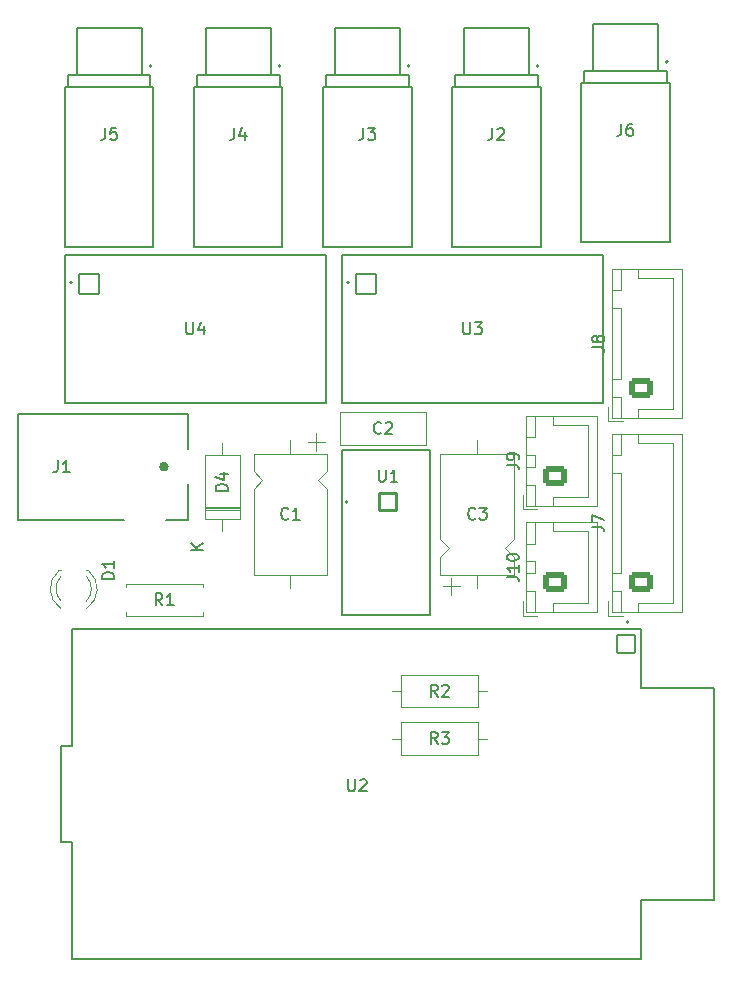
<source format=gbr>
%TF.GenerationSoftware,KiCad,Pcbnew,7.0.10*%
%TF.CreationDate,2025-05-14T10:04:39+02:00*%
%TF.ProjectId,Carte_driver_LED,43617274-655f-4647-9269-7665725f4c45,rev?*%
%TF.SameCoordinates,Original*%
%TF.FileFunction,Legend,Top*%
%TF.FilePolarity,Positive*%
%FSLAX46Y46*%
G04 Gerber Fmt 4.6, Leading zero omitted, Abs format (unit mm)*
G04 Created by KiCad (PCBNEW 7.0.10) date 2025-05-14 10:04:39*
%MOMM*%
%LPD*%
G01*
G04 APERTURE LIST*
G04 Aperture macros list*
%AMRoundRect*
0 Rectangle with rounded corners*
0 $1 Rounding radius*
0 $2 $3 $4 $5 $6 $7 $8 $9 X,Y pos of 4 corners*
0 Add a 4 corners polygon primitive as box body*
4,1,4,$2,$3,$4,$5,$6,$7,$8,$9,$2,$3,0*
0 Add four circle primitives for the rounded corners*
1,1,$1+$1,$2,$3*
1,1,$1+$1,$4,$5*
1,1,$1+$1,$6,$7*
1,1,$1+$1,$8,$9*
0 Add four rect primitives between the rounded corners*
20,1,$1+$1,$2,$3,$4,$5,0*
20,1,$1+$1,$4,$5,$6,$7,0*
20,1,$1+$1,$6,$7,$8,$9,0*
20,1,$1+$1,$8,$9,$2,$3,0*%
G04 Aperture macros list end*
%ADD10C,0.150000*%
%ADD11C,0.127000*%
%ADD12C,0.200000*%
%ADD13C,0.120000*%
%ADD14C,0.400000*%
%ADD15O,3.804000X2.004000*%
%ADD16C,1.600000*%
%ADD17O,1.600000X1.600000*%
%ADD18RoundRect,0.102000X-0.724000X0.724000X-0.724000X-0.724000X0.724000X-0.724000X0.724000X0.724000X0*%
%ADD19C,1.652000*%
%ADD20RoundRect,0.102000X-0.862500X-0.862500X0.862500X-0.862500X0.862500X0.862500X-0.862500X0.862500X0*%
%ADD21C,1.929000*%
%ADD22RoundRect,0.250000X0.725000X-0.600000X0.725000X0.600000X-0.725000X0.600000X-0.725000X-0.600000X0*%
%ADD23O,1.950000X1.700000*%
%ADD24O,1.712000X3.220000*%
%ADD25O,3.220000X1.712000*%
%ADD26RoundRect,0.250000X0.750000X-0.600000X0.750000X0.600000X-0.750000X0.600000X-0.750000X-0.600000X0*%
%ADD27O,2.000000X1.700000*%
%ADD28R,2.200000X2.200000*%
%ADD29O,2.200000X2.200000*%
%ADD30C,3.200000*%
%ADD31R,2.000000X2.000000*%
%ADD32O,2.000000X2.000000*%
%ADD33R,1.800000X1.800000*%
%ADD34C,1.800000*%
%ADD35RoundRect,0.102000X-0.765000X0.765000X-0.765000X-0.765000X0.765000X-0.765000X0.765000X0.765000X0*%
%ADD36C,1.734000*%
G04 APERTURE END LIST*
D10*
X47841472Y-24504505D02*
X47841472Y-25219207D01*
X47841472Y-25219207D02*
X47793826Y-25362148D01*
X47793826Y-25362148D02*
X47698532Y-25457442D01*
X47698532Y-25457442D02*
X47555592Y-25505088D01*
X47555592Y-25505088D02*
X47460298Y-25505088D01*
X48222647Y-24504505D02*
X48842055Y-24504505D01*
X48842055Y-24504505D02*
X48508528Y-24885680D01*
X48508528Y-24885680D02*
X48651468Y-24885680D01*
X48651468Y-24885680D02*
X48746762Y-24933327D01*
X48746762Y-24933327D02*
X48794409Y-24980973D01*
X48794409Y-24980973D02*
X48842055Y-25076267D01*
X48842055Y-25076267D02*
X48842055Y-25314501D01*
X48842055Y-25314501D02*
X48794409Y-25409795D01*
X48794409Y-25409795D02*
X48746762Y-25457442D01*
X48746762Y-25457442D02*
X48651468Y-25505088D01*
X48651468Y-25505088D02*
X48365587Y-25505088D01*
X48365587Y-25505088D02*
X48270294Y-25457442D01*
X48270294Y-25457442D02*
X48222647Y-25409795D01*
X30833333Y-64904819D02*
X30500000Y-64428628D01*
X30261905Y-64904819D02*
X30261905Y-63904819D01*
X30261905Y-63904819D02*
X30642857Y-63904819D01*
X30642857Y-63904819D02*
X30738095Y-63952438D01*
X30738095Y-63952438D02*
X30785714Y-64000057D01*
X30785714Y-64000057D02*
X30833333Y-64095295D01*
X30833333Y-64095295D02*
X30833333Y-64238152D01*
X30833333Y-64238152D02*
X30785714Y-64333390D01*
X30785714Y-64333390D02*
X30738095Y-64381009D01*
X30738095Y-64381009D02*
X30642857Y-64428628D01*
X30642857Y-64428628D02*
X30261905Y-64428628D01*
X31785714Y-64904819D02*
X31214286Y-64904819D01*
X31500000Y-64904819D02*
X31500000Y-63904819D01*
X31500000Y-63904819D02*
X31404762Y-64047676D01*
X31404762Y-64047676D02*
X31309524Y-64142914D01*
X31309524Y-64142914D02*
X31214286Y-64190533D01*
X49153095Y-53444819D02*
X49153095Y-54254342D01*
X49153095Y-54254342D02*
X49200714Y-54349580D01*
X49200714Y-54349580D02*
X49248333Y-54397200D01*
X49248333Y-54397200D02*
X49343571Y-54444819D01*
X49343571Y-54444819D02*
X49534047Y-54444819D01*
X49534047Y-54444819D02*
X49629285Y-54397200D01*
X49629285Y-54397200D02*
X49676904Y-54349580D01*
X49676904Y-54349580D02*
X49724523Y-54254342D01*
X49724523Y-54254342D02*
X49724523Y-53444819D01*
X50724523Y-54444819D02*
X50153095Y-54444819D01*
X50438809Y-54444819D02*
X50438809Y-53444819D01*
X50438809Y-53444819D02*
X50343571Y-53587676D01*
X50343571Y-53587676D02*
X50248333Y-53682914D01*
X50248333Y-53682914D02*
X50153095Y-53730533D01*
X56313095Y-40954819D02*
X56313095Y-41764342D01*
X56313095Y-41764342D02*
X56360714Y-41859580D01*
X56360714Y-41859580D02*
X56408333Y-41907200D01*
X56408333Y-41907200D02*
X56503571Y-41954819D01*
X56503571Y-41954819D02*
X56694047Y-41954819D01*
X56694047Y-41954819D02*
X56789285Y-41907200D01*
X56789285Y-41907200D02*
X56836904Y-41859580D01*
X56836904Y-41859580D02*
X56884523Y-41764342D01*
X56884523Y-41764342D02*
X56884523Y-40954819D01*
X57265476Y-40954819D02*
X57884523Y-40954819D01*
X57884523Y-40954819D02*
X57551190Y-41335771D01*
X57551190Y-41335771D02*
X57694047Y-41335771D01*
X57694047Y-41335771D02*
X57789285Y-41383390D01*
X57789285Y-41383390D02*
X57836904Y-41431009D01*
X57836904Y-41431009D02*
X57884523Y-41526247D01*
X57884523Y-41526247D02*
X57884523Y-41764342D01*
X57884523Y-41764342D02*
X57836904Y-41859580D01*
X57836904Y-41859580D02*
X57789285Y-41907200D01*
X57789285Y-41907200D02*
X57694047Y-41954819D01*
X57694047Y-41954819D02*
X57408333Y-41954819D01*
X57408333Y-41954819D02*
X57313095Y-41907200D01*
X57313095Y-41907200D02*
X57265476Y-41859580D01*
X54133333Y-76654819D02*
X53800000Y-76178628D01*
X53561905Y-76654819D02*
X53561905Y-75654819D01*
X53561905Y-75654819D02*
X53942857Y-75654819D01*
X53942857Y-75654819D02*
X54038095Y-75702438D01*
X54038095Y-75702438D02*
X54085714Y-75750057D01*
X54085714Y-75750057D02*
X54133333Y-75845295D01*
X54133333Y-75845295D02*
X54133333Y-75988152D01*
X54133333Y-75988152D02*
X54085714Y-76083390D01*
X54085714Y-76083390D02*
X54038095Y-76131009D01*
X54038095Y-76131009D02*
X53942857Y-76178628D01*
X53942857Y-76178628D02*
X53561905Y-76178628D01*
X54466667Y-75654819D02*
X55085714Y-75654819D01*
X55085714Y-75654819D02*
X54752381Y-76035771D01*
X54752381Y-76035771D02*
X54895238Y-76035771D01*
X54895238Y-76035771D02*
X54990476Y-76083390D01*
X54990476Y-76083390D02*
X55038095Y-76131009D01*
X55038095Y-76131009D02*
X55085714Y-76226247D01*
X55085714Y-76226247D02*
X55085714Y-76464342D01*
X55085714Y-76464342D02*
X55038095Y-76559580D01*
X55038095Y-76559580D02*
X54990476Y-76607200D01*
X54990476Y-76607200D02*
X54895238Y-76654819D01*
X54895238Y-76654819D02*
X54609524Y-76654819D01*
X54609524Y-76654819D02*
X54514286Y-76607200D01*
X54514286Y-76607200D02*
X54466667Y-76559580D01*
X67229819Y-43083333D02*
X67944104Y-43083333D01*
X67944104Y-43083333D02*
X68086961Y-43130952D01*
X68086961Y-43130952D02*
X68182200Y-43226190D01*
X68182200Y-43226190D02*
X68229819Y-43369047D01*
X68229819Y-43369047D02*
X68229819Y-43464285D01*
X67658390Y-42464285D02*
X67610771Y-42559523D01*
X67610771Y-42559523D02*
X67563152Y-42607142D01*
X67563152Y-42607142D02*
X67467914Y-42654761D01*
X67467914Y-42654761D02*
X67420295Y-42654761D01*
X67420295Y-42654761D02*
X67325057Y-42607142D01*
X67325057Y-42607142D02*
X67277438Y-42559523D01*
X67277438Y-42559523D02*
X67229819Y-42464285D01*
X67229819Y-42464285D02*
X67229819Y-42273809D01*
X67229819Y-42273809D02*
X67277438Y-42178571D01*
X67277438Y-42178571D02*
X67325057Y-42130952D01*
X67325057Y-42130952D02*
X67420295Y-42083333D01*
X67420295Y-42083333D02*
X67467914Y-42083333D01*
X67467914Y-42083333D02*
X67563152Y-42130952D01*
X67563152Y-42130952D02*
X67610771Y-42178571D01*
X67610771Y-42178571D02*
X67658390Y-42273809D01*
X67658390Y-42273809D02*
X67658390Y-42464285D01*
X67658390Y-42464285D02*
X67706009Y-42559523D01*
X67706009Y-42559523D02*
X67753628Y-42607142D01*
X67753628Y-42607142D02*
X67848866Y-42654761D01*
X67848866Y-42654761D02*
X68039342Y-42654761D01*
X68039342Y-42654761D02*
X68134580Y-42607142D01*
X68134580Y-42607142D02*
X68182200Y-42559523D01*
X68182200Y-42559523D02*
X68229819Y-42464285D01*
X68229819Y-42464285D02*
X68229819Y-42273809D01*
X68229819Y-42273809D02*
X68182200Y-42178571D01*
X68182200Y-42178571D02*
X68134580Y-42130952D01*
X68134580Y-42130952D02*
X68039342Y-42083333D01*
X68039342Y-42083333D02*
X67848866Y-42083333D01*
X67848866Y-42083333D02*
X67753628Y-42130952D01*
X67753628Y-42130952D02*
X67706009Y-42178571D01*
X67706009Y-42178571D02*
X67658390Y-42273809D01*
X36916472Y-24504505D02*
X36916472Y-25219207D01*
X36916472Y-25219207D02*
X36868826Y-25362148D01*
X36868826Y-25362148D02*
X36773532Y-25457442D01*
X36773532Y-25457442D02*
X36630592Y-25505088D01*
X36630592Y-25505088D02*
X36535298Y-25505088D01*
X37821762Y-24838033D02*
X37821762Y-25505088D01*
X37583528Y-24456859D02*
X37345294Y-25171561D01*
X37345294Y-25171561D02*
X37964702Y-25171561D01*
X21991262Y-52654167D02*
X21991262Y-53369319D01*
X21991262Y-53369319D02*
X21943586Y-53512350D01*
X21943586Y-53512350D02*
X21848232Y-53607704D01*
X21848232Y-53607704D02*
X21705202Y-53655380D01*
X21705202Y-53655380D02*
X21609848Y-53655380D01*
X22992475Y-53655380D02*
X22420354Y-53655380D01*
X22706415Y-53655380D02*
X22706415Y-52654167D01*
X22706415Y-52654167D02*
X22611061Y-52797198D01*
X22611061Y-52797198D02*
X22515707Y-52892551D01*
X22515707Y-52892551D02*
X22420354Y-52940228D01*
X25991472Y-24504505D02*
X25991472Y-25219207D01*
X25991472Y-25219207D02*
X25943826Y-25362148D01*
X25943826Y-25362148D02*
X25848532Y-25457442D01*
X25848532Y-25457442D02*
X25705592Y-25505088D01*
X25705592Y-25505088D02*
X25610298Y-25505088D01*
X26944409Y-24504505D02*
X26467941Y-24504505D01*
X26467941Y-24504505D02*
X26420294Y-24980973D01*
X26420294Y-24980973D02*
X26467941Y-24933327D01*
X26467941Y-24933327D02*
X26563234Y-24885680D01*
X26563234Y-24885680D02*
X26801468Y-24885680D01*
X26801468Y-24885680D02*
X26896762Y-24933327D01*
X26896762Y-24933327D02*
X26944409Y-24980973D01*
X26944409Y-24980973D02*
X26992055Y-25076267D01*
X26992055Y-25076267D02*
X26992055Y-25314501D01*
X26992055Y-25314501D02*
X26944409Y-25409795D01*
X26944409Y-25409795D02*
X26896762Y-25457442D01*
X26896762Y-25457442D02*
X26801468Y-25505088D01*
X26801468Y-25505088D02*
X26563234Y-25505088D01*
X26563234Y-25505088D02*
X26467941Y-25457442D01*
X26467941Y-25457442D02*
X26420294Y-25409795D01*
X59996485Y-53033333D02*
X60710770Y-53033333D01*
X60710770Y-53033333D02*
X60853627Y-53080952D01*
X60853627Y-53080952D02*
X60948866Y-53176190D01*
X60948866Y-53176190D02*
X60996485Y-53319047D01*
X60996485Y-53319047D02*
X60996485Y-53414285D01*
X60996485Y-52509523D02*
X60996485Y-52319047D01*
X60996485Y-52319047D02*
X60948866Y-52223809D01*
X60948866Y-52223809D02*
X60901246Y-52176190D01*
X60901246Y-52176190D02*
X60758389Y-52080952D01*
X60758389Y-52080952D02*
X60567913Y-52033333D01*
X60567913Y-52033333D02*
X60186961Y-52033333D01*
X60186961Y-52033333D02*
X60091723Y-52080952D01*
X60091723Y-52080952D02*
X60044104Y-52128571D01*
X60044104Y-52128571D02*
X59996485Y-52223809D01*
X59996485Y-52223809D02*
X59996485Y-52414285D01*
X59996485Y-52414285D02*
X60044104Y-52509523D01*
X60044104Y-52509523D02*
X60091723Y-52557142D01*
X60091723Y-52557142D02*
X60186961Y-52604761D01*
X60186961Y-52604761D02*
X60425056Y-52604761D01*
X60425056Y-52604761D02*
X60520294Y-52557142D01*
X60520294Y-52557142D02*
X60567913Y-52509523D01*
X60567913Y-52509523D02*
X60615532Y-52414285D01*
X60615532Y-52414285D02*
X60615532Y-52223809D01*
X60615532Y-52223809D02*
X60567913Y-52128571D01*
X60567913Y-52128571D02*
X60520294Y-52080952D01*
X60520294Y-52080952D02*
X60425056Y-52033333D01*
X36354819Y-55228094D02*
X35354819Y-55228094D01*
X35354819Y-55228094D02*
X35354819Y-54989999D01*
X35354819Y-54989999D02*
X35402438Y-54847142D01*
X35402438Y-54847142D02*
X35497676Y-54751904D01*
X35497676Y-54751904D02*
X35592914Y-54704285D01*
X35592914Y-54704285D02*
X35783390Y-54656666D01*
X35783390Y-54656666D02*
X35926247Y-54656666D01*
X35926247Y-54656666D02*
X36116723Y-54704285D01*
X36116723Y-54704285D02*
X36211961Y-54751904D01*
X36211961Y-54751904D02*
X36307200Y-54847142D01*
X36307200Y-54847142D02*
X36354819Y-54989999D01*
X36354819Y-54989999D02*
X36354819Y-55228094D01*
X35688152Y-53799523D02*
X36354819Y-53799523D01*
X35307200Y-54037618D02*
X36021485Y-54275713D01*
X36021485Y-54275713D02*
X36021485Y-53656666D01*
X34254819Y-60221904D02*
X33254819Y-60221904D01*
X34254819Y-59650476D02*
X33683390Y-60079047D01*
X33254819Y-59650476D02*
X33826247Y-60221904D01*
X49358333Y-50309580D02*
X49310714Y-50357200D01*
X49310714Y-50357200D02*
X49167857Y-50404819D01*
X49167857Y-50404819D02*
X49072619Y-50404819D01*
X49072619Y-50404819D02*
X48929762Y-50357200D01*
X48929762Y-50357200D02*
X48834524Y-50261961D01*
X48834524Y-50261961D02*
X48786905Y-50166723D01*
X48786905Y-50166723D02*
X48739286Y-49976247D01*
X48739286Y-49976247D02*
X48739286Y-49833390D01*
X48739286Y-49833390D02*
X48786905Y-49642914D01*
X48786905Y-49642914D02*
X48834524Y-49547676D01*
X48834524Y-49547676D02*
X48929762Y-49452438D01*
X48929762Y-49452438D02*
X49072619Y-49404819D01*
X49072619Y-49404819D02*
X49167857Y-49404819D01*
X49167857Y-49404819D02*
X49310714Y-49452438D01*
X49310714Y-49452438D02*
X49358333Y-49500057D01*
X49739286Y-49500057D02*
X49786905Y-49452438D01*
X49786905Y-49452438D02*
X49882143Y-49404819D01*
X49882143Y-49404819D02*
X50120238Y-49404819D01*
X50120238Y-49404819D02*
X50215476Y-49452438D01*
X50215476Y-49452438D02*
X50263095Y-49500057D01*
X50263095Y-49500057D02*
X50310714Y-49595295D01*
X50310714Y-49595295D02*
X50310714Y-49690533D01*
X50310714Y-49690533D02*
X50263095Y-49833390D01*
X50263095Y-49833390D02*
X49691667Y-50404819D01*
X49691667Y-50404819D02*
X50310714Y-50404819D01*
X58766472Y-24504505D02*
X58766472Y-25219207D01*
X58766472Y-25219207D02*
X58718826Y-25362148D01*
X58718826Y-25362148D02*
X58623532Y-25457442D01*
X58623532Y-25457442D02*
X58480592Y-25505088D01*
X58480592Y-25505088D02*
X58385298Y-25505088D01*
X59195294Y-24599799D02*
X59242941Y-24552152D01*
X59242941Y-24552152D02*
X59338234Y-24504505D01*
X59338234Y-24504505D02*
X59576468Y-24504505D01*
X59576468Y-24504505D02*
X59671762Y-24552152D01*
X59671762Y-24552152D02*
X59719409Y-24599799D01*
X59719409Y-24599799D02*
X59767055Y-24695093D01*
X59767055Y-24695093D02*
X59767055Y-24790386D01*
X59767055Y-24790386D02*
X59719409Y-24933327D01*
X59719409Y-24933327D02*
X59147647Y-25505088D01*
X59147647Y-25505088D02*
X59767055Y-25505088D01*
X32863095Y-40954819D02*
X32863095Y-41764342D01*
X32863095Y-41764342D02*
X32910714Y-41859580D01*
X32910714Y-41859580D02*
X32958333Y-41907200D01*
X32958333Y-41907200D02*
X33053571Y-41954819D01*
X33053571Y-41954819D02*
X33244047Y-41954819D01*
X33244047Y-41954819D02*
X33339285Y-41907200D01*
X33339285Y-41907200D02*
X33386904Y-41859580D01*
X33386904Y-41859580D02*
X33434523Y-41764342D01*
X33434523Y-41764342D02*
X33434523Y-40954819D01*
X34339285Y-41288152D02*
X34339285Y-41954819D01*
X34101190Y-40907200D02*
X33863095Y-41621485D01*
X33863095Y-41621485D02*
X34482142Y-41621485D01*
X57333333Y-57559580D02*
X57285714Y-57607200D01*
X57285714Y-57607200D02*
X57142857Y-57654819D01*
X57142857Y-57654819D02*
X57047619Y-57654819D01*
X57047619Y-57654819D02*
X56904762Y-57607200D01*
X56904762Y-57607200D02*
X56809524Y-57511961D01*
X56809524Y-57511961D02*
X56761905Y-57416723D01*
X56761905Y-57416723D02*
X56714286Y-57226247D01*
X56714286Y-57226247D02*
X56714286Y-57083390D01*
X56714286Y-57083390D02*
X56761905Y-56892914D01*
X56761905Y-56892914D02*
X56809524Y-56797676D01*
X56809524Y-56797676D02*
X56904762Y-56702438D01*
X56904762Y-56702438D02*
X57047619Y-56654819D01*
X57047619Y-56654819D02*
X57142857Y-56654819D01*
X57142857Y-56654819D02*
X57285714Y-56702438D01*
X57285714Y-56702438D02*
X57333333Y-56750057D01*
X57666667Y-56654819D02*
X58285714Y-56654819D01*
X58285714Y-56654819D02*
X57952381Y-57035771D01*
X57952381Y-57035771D02*
X58095238Y-57035771D01*
X58095238Y-57035771D02*
X58190476Y-57083390D01*
X58190476Y-57083390D02*
X58238095Y-57131009D01*
X58238095Y-57131009D02*
X58285714Y-57226247D01*
X58285714Y-57226247D02*
X58285714Y-57464342D01*
X58285714Y-57464342D02*
X58238095Y-57559580D01*
X58238095Y-57559580D02*
X58190476Y-57607200D01*
X58190476Y-57607200D02*
X58095238Y-57654819D01*
X58095238Y-57654819D02*
X57809524Y-57654819D01*
X57809524Y-57654819D02*
X57714286Y-57607200D01*
X57714286Y-57607200D02*
X57666667Y-57559580D01*
X26739819Y-62688094D02*
X25739819Y-62688094D01*
X25739819Y-62688094D02*
X25739819Y-62449999D01*
X25739819Y-62449999D02*
X25787438Y-62307142D01*
X25787438Y-62307142D02*
X25882676Y-62211904D01*
X25882676Y-62211904D02*
X25977914Y-62164285D01*
X25977914Y-62164285D02*
X26168390Y-62116666D01*
X26168390Y-62116666D02*
X26311247Y-62116666D01*
X26311247Y-62116666D02*
X26501723Y-62164285D01*
X26501723Y-62164285D02*
X26596961Y-62211904D01*
X26596961Y-62211904D02*
X26692200Y-62307142D01*
X26692200Y-62307142D02*
X26739819Y-62449999D01*
X26739819Y-62449999D02*
X26739819Y-62688094D01*
X26739819Y-61164285D02*
X26739819Y-61735713D01*
X26739819Y-61449999D02*
X25739819Y-61449999D01*
X25739819Y-61449999D02*
X25882676Y-61545237D01*
X25882676Y-61545237D02*
X25977914Y-61640475D01*
X25977914Y-61640475D02*
X26025533Y-61735713D01*
X41508333Y-57559580D02*
X41460714Y-57607200D01*
X41460714Y-57607200D02*
X41317857Y-57654819D01*
X41317857Y-57654819D02*
X41222619Y-57654819D01*
X41222619Y-57654819D02*
X41079762Y-57607200D01*
X41079762Y-57607200D02*
X40984524Y-57511961D01*
X40984524Y-57511961D02*
X40936905Y-57416723D01*
X40936905Y-57416723D02*
X40889286Y-57226247D01*
X40889286Y-57226247D02*
X40889286Y-57083390D01*
X40889286Y-57083390D02*
X40936905Y-56892914D01*
X40936905Y-56892914D02*
X40984524Y-56797676D01*
X40984524Y-56797676D02*
X41079762Y-56702438D01*
X41079762Y-56702438D02*
X41222619Y-56654819D01*
X41222619Y-56654819D02*
X41317857Y-56654819D01*
X41317857Y-56654819D02*
X41460714Y-56702438D01*
X41460714Y-56702438D02*
X41508333Y-56750057D01*
X42460714Y-57654819D02*
X41889286Y-57654819D01*
X42175000Y-57654819D02*
X42175000Y-56654819D01*
X42175000Y-56654819D02*
X42079762Y-56797676D01*
X42079762Y-56797676D02*
X41984524Y-56892914D01*
X41984524Y-56892914D02*
X41889286Y-56940533D01*
X69691472Y-24154505D02*
X69691472Y-24869207D01*
X69691472Y-24869207D02*
X69643826Y-25012148D01*
X69643826Y-25012148D02*
X69548532Y-25107442D01*
X69548532Y-25107442D02*
X69405592Y-25155088D01*
X69405592Y-25155088D02*
X69310298Y-25155088D01*
X70596762Y-24154505D02*
X70406175Y-24154505D01*
X70406175Y-24154505D02*
X70310881Y-24202152D01*
X70310881Y-24202152D02*
X70263234Y-24249799D01*
X70263234Y-24249799D02*
X70167941Y-24392739D01*
X70167941Y-24392739D02*
X70120294Y-24583327D01*
X70120294Y-24583327D02*
X70120294Y-24964501D01*
X70120294Y-24964501D02*
X70167941Y-25059795D01*
X70167941Y-25059795D02*
X70215587Y-25107442D01*
X70215587Y-25107442D02*
X70310881Y-25155088D01*
X70310881Y-25155088D02*
X70501468Y-25155088D01*
X70501468Y-25155088D02*
X70596762Y-25107442D01*
X70596762Y-25107442D02*
X70644409Y-25059795D01*
X70644409Y-25059795D02*
X70692055Y-24964501D01*
X70692055Y-24964501D02*
X70692055Y-24726267D01*
X70692055Y-24726267D02*
X70644409Y-24630973D01*
X70644409Y-24630973D02*
X70596762Y-24583327D01*
X70596762Y-24583327D02*
X70501468Y-24535680D01*
X70501468Y-24535680D02*
X70310881Y-24535680D01*
X70310881Y-24535680D02*
X70215587Y-24583327D01*
X70215587Y-24583327D02*
X70167941Y-24630973D01*
X70167941Y-24630973D02*
X70120294Y-24726267D01*
X46563095Y-79654819D02*
X46563095Y-80464342D01*
X46563095Y-80464342D02*
X46610714Y-80559580D01*
X46610714Y-80559580D02*
X46658333Y-80607200D01*
X46658333Y-80607200D02*
X46753571Y-80654819D01*
X46753571Y-80654819D02*
X46944047Y-80654819D01*
X46944047Y-80654819D02*
X47039285Y-80607200D01*
X47039285Y-80607200D02*
X47086904Y-80559580D01*
X47086904Y-80559580D02*
X47134523Y-80464342D01*
X47134523Y-80464342D02*
X47134523Y-79654819D01*
X47563095Y-79750057D02*
X47610714Y-79702438D01*
X47610714Y-79702438D02*
X47705952Y-79654819D01*
X47705952Y-79654819D02*
X47944047Y-79654819D01*
X47944047Y-79654819D02*
X48039285Y-79702438D01*
X48039285Y-79702438D02*
X48086904Y-79750057D01*
X48086904Y-79750057D02*
X48134523Y-79845295D01*
X48134523Y-79845295D02*
X48134523Y-79940533D01*
X48134523Y-79940533D02*
X48086904Y-80083390D01*
X48086904Y-80083390D02*
X47515476Y-80654819D01*
X47515476Y-80654819D02*
X48134523Y-80654819D01*
X59996485Y-62509523D02*
X60710770Y-62509523D01*
X60710770Y-62509523D02*
X60853627Y-62557142D01*
X60853627Y-62557142D02*
X60948866Y-62652380D01*
X60948866Y-62652380D02*
X60996485Y-62795237D01*
X60996485Y-62795237D02*
X60996485Y-62890475D01*
X60996485Y-61509523D02*
X60996485Y-62080951D01*
X60996485Y-61795237D02*
X59996485Y-61795237D01*
X59996485Y-61795237D02*
X60139342Y-61890475D01*
X60139342Y-61890475D02*
X60234580Y-61985713D01*
X60234580Y-61985713D02*
X60282199Y-62080951D01*
X59996485Y-60890475D02*
X59996485Y-60795237D01*
X59996485Y-60795237D02*
X60044104Y-60699999D01*
X60044104Y-60699999D02*
X60091723Y-60652380D01*
X60091723Y-60652380D02*
X60186961Y-60604761D01*
X60186961Y-60604761D02*
X60377437Y-60557142D01*
X60377437Y-60557142D02*
X60615532Y-60557142D01*
X60615532Y-60557142D02*
X60806008Y-60604761D01*
X60806008Y-60604761D02*
X60901246Y-60652380D01*
X60901246Y-60652380D02*
X60948866Y-60699999D01*
X60948866Y-60699999D02*
X60996485Y-60795237D01*
X60996485Y-60795237D02*
X60996485Y-60890475D01*
X60996485Y-60890475D02*
X60948866Y-60985713D01*
X60948866Y-60985713D02*
X60901246Y-61033332D01*
X60901246Y-61033332D02*
X60806008Y-61080951D01*
X60806008Y-61080951D02*
X60615532Y-61128570D01*
X60615532Y-61128570D02*
X60377437Y-61128570D01*
X60377437Y-61128570D02*
X60186961Y-61080951D01*
X60186961Y-61080951D02*
X60091723Y-61033332D01*
X60091723Y-61033332D02*
X60044104Y-60985713D01*
X60044104Y-60985713D02*
X59996485Y-60890475D01*
X54133333Y-72654819D02*
X53800000Y-72178628D01*
X53561905Y-72654819D02*
X53561905Y-71654819D01*
X53561905Y-71654819D02*
X53942857Y-71654819D01*
X53942857Y-71654819D02*
X54038095Y-71702438D01*
X54038095Y-71702438D02*
X54085714Y-71750057D01*
X54085714Y-71750057D02*
X54133333Y-71845295D01*
X54133333Y-71845295D02*
X54133333Y-71988152D01*
X54133333Y-71988152D02*
X54085714Y-72083390D01*
X54085714Y-72083390D02*
X54038095Y-72131009D01*
X54038095Y-72131009D02*
X53942857Y-72178628D01*
X53942857Y-72178628D02*
X53561905Y-72178628D01*
X54514286Y-71750057D02*
X54561905Y-71702438D01*
X54561905Y-71702438D02*
X54657143Y-71654819D01*
X54657143Y-71654819D02*
X54895238Y-71654819D01*
X54895238Y-71654819D02*
X54990476Y-71702438D01*
X54990476Y-71702438D02*
X55038095Y-71750057D01*
X55038095Y-71750057D02*
X55085714Y-71845295D01*
X55085714Y-71845295D02*
X55085714Y-71940533D01*
X55085714Y-71940533D02*
X55038095Y-72083390D01*
X55038095Y-72083390D02*
X54466667Y-72654819D01*
X54466667Y-72654819D02*
X55085714Y-72654819D01*
X67229819Y-58283333D02*
X67944104Y-58283333D01*
X67944104Y-58283333D02*
X68086961Y-58330952D01*
X68086961Y-58330952D02*
X68182200Y-58426190D01*
X68182200Y-58426190D02*
X68229819Y-58569047D01*
X68229819Y-58569047D02*
X68229819Y-58664285D01*
X67229819Y-57902380D02*
X67229819Y-57235714D01*
X67229819Y-57235714D02*
X68229819Y-57664285D01*
D11*
%TO.C,J3*%
X50925000Y-16050000D02*
X45425000Y-16050000D01*
X45425000Y-16050000D02*
X45425000Y-20050000D01*
X51675000Y-20050000D02*
X50925000Y-20050000D01*
X50925000Y-20050000D02*
X50925000Y-16050000D01*
X50925000Y-20050000D02*
X45425000Y-20050000D01*
X45425000Y-20050000D02*
X44675000Y-20050000D01*
X44675000Y-20050000D02*
X44675000Y-21050000D01*
X51925000Y-21050000D02*
X51925000Y-34550000D01*
X51675000Y-21050000D02*
X51675000Y-20050000D01*
X51675000Y-21050000D02*
X51925000Y-21050000D01*
X44675000Y-21050000D02*
X51675000Y-21050000D01*
X44425000Y-21050000D02*
X44675000Y-21050000D01*
X51925000Y-34550000D02*
X44425000Y-34550000D01*
X44425000Y-34550000D02*
X44425000Y-21050000D01*
D12*
X51775000Y-19250000D02*
G75*
G03*
X51575000Y-19250000I-100000J0D01*
G01*
X51575000Y-19250000D02*
G75*
G03*
X51775000Y-19250000I100000J0D01*
G01*
D13*
%TO.C,R1*%
X34270000Y-65820000D02*
X27730000Y-65820000D01*
X34270000Y-65490000D02*
X34270000Y-65820000D01*
X34270000Y-63410000D02*
X34270000Y-63080000D01*
X34270000Y-63080000D02*
X27730000Y-63080000D01*
X27730000Y-65820000D02*
X27730000Y-65490000D01*
X27730000Y-63080000D02*
X27730000Y-63410000D01*
D11*
%TO.C,U1*%
X53525000Y-51740000D02*
X53525000Y-65740000D01*
X46025000Y-51740000D02*
X53525000Y-51740000D01*
X46025000Y-65740000D02*
X46025000Y-51740000D01*
X46025000Y-65740000D02*
X53525000Y-65740000D01*
D12*
X46535000Y-56170000D02*
G75*
G03*
X46335000Y-56170000I-100000J0D01*
G01*
X46335000Y-56170000D02*
G75*
G03*
X46535000Y-56170000I100000J0D01*
G01*
D11*
%TO.C,U3*%
X46025000Y-35225000D02*
X68125000Y-35225000D01*
X46025000Y-47775000D02*
X46025000Y-35225000D01*
X68125000Y-35225000D02*
X68125000Y-47775000D01*
X68125000Y-47775000D02*
X46025000Y-47775000D01*
D12*
X46635000Y-37590000D02*
G75*
G03*
X46435000Y-37590000I-100000J0D01*
G01*
X46435000Y-37590000D02*
G75*
G03*
X46635000Y-37590000I100000J0D01*
G01*
D13*
%TO.C,R3*%
X50260000Y-76200000D02*
X51030000Y-76200000D01*
X51030000Y-74830000D02*
X51030000Y-77570000D01*
X51030000Y-77570000D02*
X57570000Y-77570000D01*
X57570000Y-74830000D02*
X51030000Y-74830000D01*
X57570000Y-77570000D02*
X57570000Y-74830000D01*
X58340000Y-76200000D02*
X57570000Y-76200000D01*
%TO.C,J8*%
X68575000Y-49350000D02*
X69825000Y-49350000D01*
X68865000Y-49060000D02*
X74835000Y-49060000D01*
X74835000Y-49060000D02*
X74835000Y-36440000D01*
X68875000Y-49050000D02*
X69625000Y-49050000D01*
X69625000Y-49050000D02*
X69625000Y-47250000D01*
X71125000Y-49050000D02*
X71125000Y-48300000D01*
X71125000Y-48300000D02*
X74075000Y-48300000D01*
X74075000Y-48300000D02*
X74075000Y-42750000D01*
X68575000Y-48100000D02*
X68575000Y-49350000D01*
X68875000Y-47250000D02*
X68875000Y-49050000D01*
X69625000Y-47250000D02*
X68875000Y-47250000D01*
X68875000Y-45750000D02*
X69625000Y-45750000D01*
X69625000Y-45750000D02*
X69625000Y-39750000D01*
X68875000Y-39750000D02*
X68875000Y-45750000D01*
X69625000Y-39750000D02*
X68875000Y-39750000D01*
X68875000Y-38250000D02*
X69625000Y-38250000D01*
X69625000Y-38250000D02*
X69625000Y-36450000D01*
X71125000Y-37200000D02*
X74075000Y-37200000D01*
X74075000Y-37200000D02*
X74075000Y-42750000D01*
X68875000Y-36450000D02*
X68875000Y-38250000D01*
X69625000Y-36450000D02*
X68875000Y-36450000D01*
X71125000Y-36450000D02*
X71125000Y-37200000D01*
X68865000Y-36440000D02*
X68865000Y-49060000D01*
X74835000Y-36440000D02*
X68865000Y-36440000D01*
D11*
%TO.C,J4*%
X40000000Y-16050000D02*
X34500000Y-16050000D01*
X34500000Y-16050000D02*
X34500000Y-20050000D01*
X40750000Y-20050000D02*
X40000000Y-20050000D01*
X40000000Y-20050000D02*
X40000000Y-16050000D01*
X40000000Y-20050000D02*
X34500000Y-20050000D01*
X34500000Y-20050000D02*
X33750000Y-20050000D01*
X33750000Y-20050000D02*
X33750000Y-21050000D01*
X41000000Y-21050000D02*
X41000000Y-34550000D01*
X40750000Y-21050000D02*
X40750000Y-20050000D01*
X40750000Y-21050000D02*
X41000000Y-21050000D01*
X33750000Y-21050000D02*
X40750000Y-21050000D01*
X33500000Y-21050000D02*
X33750000Y-21050000D01*
X41000000Y-34550000D02*
X33500000Y-34550000D01*
X33500000Y-34550000D02*
X33500000Y-21050000D01*
D12*
X40850000Y-19250000D02*
G75*
G03*
X40650000Y-19250000I-100000J0D01*
G01*
X40650000Y-19250000D02*
G75*
G03*
X40850000Y-19250000I100000J0D01*
G01*
D11*
%TO.C,J1*%
X33025000Y-57700000D02*
X31175000Y-57700000D01*
X33025000Y-54650000D02*
X33025000Y-57700000D01*
X33025000Y-48700000D02*
X33025000Y-51650000D01*
X27575000Y-57700000D02*
X18625000Y-57700000D01*
X18625000Y-57700000D02*
X18625000Y-48700000D01*
X18625000Y-48700000D02*
X33025000Y-48700000D01*
D14*
X31165000Y-53180000D02*
G75*
G03*
X30765000Y-53180000I-200000J0D01*
G01*
X30765000Y-53180000D02*
G75*
G03*
X31165000Y-53180000I200000J0D01*
G01*
D11*
%TO.C,J5*%
X29075000Y-16050000D02*
X23575000Y-16050000D01*
X23575000Y-16050000D02*
X23575000Y-20050000D01*
X29825000Y-20050000D02*
X29075000Y-20050000D01*
X29075000Y-20050000D02*
X29075000Y-16050000D01*
X29075000Y-20050000D02*
X23575000Y-20050000D01*
X23575000Y-20050000D02*
X22825000Y-20050000D01*
X22825000Y-20050000D02*
X22825000Y-21050000D01*
X30075000Y-21050000D02*
X30075000Y-34550000D01*
X29825000Y-21050000D02*
X29825000Y-20050000D01*
X29825000Y-21050000D02*
X30075000Y-21050000D01*
X22825000Y-21050000D02*
X29825000Y-21050000D01*
X22575000Y-21050000D02*
X22825000Y-21050000D01*
X30075000Y-34550000D02*
X22575000Y-34550000D01*
X22575000Y-34550000D02*
X22575000Y-21050000D01*
D12*
X29925000Y-19250000D02*
G75*
G03*
X29725000Y-19250000I-100000J0D01*
G01*
X29725000Y-19250000D02*
G75*
G03*
X29925000Y-19250000I100000J0D01*
G01*
D13*
%TO.C,J9*%
X61341666Y-56800000D02*
X62591666Y-56800000D01*
X61631666Y-56510000D02*
X67601666Y-56510000D01*
X67601666Y-56510000D02*
X67601666Y-48890000D01*
X61641666Y-56500000D02*
X62391666Y-56500000D01*
X62391666Y-56500000D02*
X62391666Y-54700000D01*
X63891666Y-56500000D02*
X63891666Y-55750000D01*
X63891666Y-55750000D02*
X66841666Y-55750000D01*
X66841666Y-55750000D02*
X66841666Y-52700000D01*
X61341666Y-55550000D02*
X61341666Y-56800000D01*
X61641666Y-54700000D02*
X61641666Y-56500000D01*
X62391666Y-54700000D02*
X61641666Y-54700000D01*
X61641666Y-53200000D02*
X62391666Y-53200000D01*
X62391666Y-53200000D02*
X62391666Y-52200000D01*
X61641666Y-52200000D02*
X61641666Y-53200000D01*
X62391666Y-52200000D02*
X61641666Y-52200000D01*
X61641666Y-50700000D02*
X62391666Y-50700000D01*
X62391666Y-50700000D02*
X62391666Y-48900000D01*
X63891666Y-49650000D02*
X66841666Y-49650000D01*
X66841666Y-49650000D02*
X66841666Y-52700000D01*
X61641666Y-48900000D02*
X61641666Y-50700000D01*
X62391666Y-48900000D02*
X61641666Y-48900000D01*
X63891666Y-48900000D02*
X63891666Y-49650000D01*
X61631666Y-48890000D02*
X61631666Y-56510000D01*
X67601666Y-48890000D02*
X61631666Y-48890000D01*
%TO.C,D4*%
X35900000Y-58620000D02*
X35900000Y-57600000D01*
X34430000Y-57600000D02*
X37370000Y-57600000D01*
X37370000Y-57600000D02*
X37370000Y-52160000D01*
X34430000Y-56820000D02*
X37370000Y-56820000D01*
X34430000Y-56700000D02*
X37370000Y-56700000D01*
X34430000Y-56580000D02*
X37370000Y-56580000D01*
X34430000Y-52160000D02*
X34430000Y-57600000D01*
X37370000Y-52160000D02*
X34430000Y-52160000D01*
X35900000Y-51140000D02*
X35900000Y-52160000D01*
%TO.C,C2*%
X45905000Y-48580000D02*
X45905000Y-51320000D01*
X45905000Y-48580000D02*
X53145000Y-48580000D01*
X45905000Y-51320000D02*
X53145000Y-51320000D01*
X53145000Y-48580000D02*
X53145000Y-51320000D01*
D11*
%TO.C,J2*%
X61850000Y-16050000D02*
X56350000Y-16050000D01*
X56350000Y-16050000D02*
X56350000Y-20050000D01*
X62600000Y-20050000D02*
X61850000Y-20050000D01*
X61850000Y-20050000D02*
X61850000Y-16050000D01*
X61850000Y-20050000D02*
X56350000Y-20050000D01*
X56350000Y-20050000D02*
X55600000Y-20050000D01*
X55600000Y-20050000D02*
X55600000Y-21050000D01*
X62850000Y-21050000D02*
X62850000Y-34550000D01*
X62600000Y-21050000D02*
X62600000Y-20050000D01*
X62600000Y-21050000D02*
X62850000Y-21050000D01*
X55600000Y-21050000D02*
X62600000Y-21050000D01*
X55350000Y-21050000D02*
X55600000Y-21050000D01*
X62850000Y-34550000D02*
X55350000Y-34550000D01*
X55350000Y-34550000D02*
X55350000Y-21050000D01*
D12*
X62700000Y-19250000D02*
G75*
G03*
X62500000Y-19250000I-100000J0D01*
G01*
X62500000Y-19250000D02*
G75*
G03*
X62700000Y-19250000I100000J0D01*
G01*
D11*
%TO.C,U4*%
X22575000Y-35225000D02*
X44675000Y-35225000D01*
X22575000Y-47775000D02*
X22575000Y-35225000D01*
X44675000Y-35225000D02*
X44675000Y-47775000D01*
X44675000Y-47775000D02*
X22575000Y-47775000D01*
D12*
X23195000Y-37590000D02*
G75*
G03*
X22995000Y-37590000I-100000J0D01*
G01*
X22995000Y-37590000D02*
G75*
G03*
X23195000Y-37590000I100000J0D01*
G01*
D13*
%TO.C,C3*%
X55300000Y-64070000D02*
X55300000Y-62570000D01*
X57500000Y-63460000D02*
X57500000Y-62320000D01*
X54550000Y-63320000D02*
X56050000Y-63320000D01*
X54380000Y-62320000D02*
X60620000Y-62320000D01*
X54380000Y-62320000D02*
X54380000Y-60820000D01*
X60620000Y-62320000D02*
X60620000Y-60820000D01*
X54380000Y-60820000D02*
X55130000Y-60070000D01*
X60620000Y-60820000D02*
X59870000Y-60070000D01*
X55130000Y-60070000D02*
X54380000Y-59320000D01*
X59870000Y-60070000D02*
X60620000Y-59320000D01*
X54380000Y-59320000D02*
X54380000Y-52080000D01*
X60620000Y-59320000D02*
X60620000Y-52080000D01*
X54380000Y-52080000D02*
X60620000Y-52080000D01*
X57500000Y-50940000D02*
X57500000Y-52080000D01*
%TO.C,D1*%
X24561000Y-61960000D02*
X24405000Y-61960000D01*
X22245000Y-61960000D02*
X22089000Y-61960000D01*
X24403608Y-65192334D02*
G75*
G03*
X24560515Y-61960001I-1078608J1672334D01*
G01*
X24404836Y-64561129D02*
G75*
G03*
X24404999Y-62479040I-1079836J1041129D01*
G01*
X22245001Y-62479040D02*
G75*
G03*
X22245164Y-64561129I1079999J-1040960D01*
G01*
X22089485Y-61960001D02*
G75*
G03*
X22246392Y-65192334I1235515J-1559999D01*
G01*
%TO.C,C1*%
X43875000Y-50330000D02*
X43875000Y-51830000D01*
X41675000Y-50940000D02*
X41675000Y-52080000D01*
X44625000Y-51080000D02*
X43125000Y-51080000D01*
X44795000Y-52080000D02*
X38555000Y-52080000D01*
X44795000Y-52080000D02*
X44795000Y-53580000D01*
X38555000Y-52080000D02*
X38555000Y-53580000D01*
X44795000Y-53580000D02*
X44045000Y-54330000D01*
X38555000Y-53580000D02*
X39305000Y-54330000D01*
X44045000Y-54330000D02*
X44795000Y-55080000D01*
X39305000Y-54330000D02*
X38555000Y-55080000D01*
X44795000Y-55080000D02*
X44795000Y-62320000D01*
X38555000Y-55080000D02*
X38555000Y-62320000D01*
X44795000Y-62320000D02*
X38555000Y-62320000D01*
X41675000Y-63460000D02*
X41675000Y-62320000D01*
D11*
%TO.C,J6*%
X72775000Y-15700000D02*
X67275000Y-15700000D01*
X67275000Y-15700000D02*
X67275000Y-19700000D01*
X73525000Y-19700000D02*
X72775000Y-19700000D01*
X72775000Y-19700000D02*
X72775000Y-15700000D01*
X72775000Y-19700000D02*
X67275000Y-19700000D01*
X67275000Y-19700000D02*
X66525000Y-19700000D01*
X66525000Y-19700000D02*
X66525000Y-20700000D01*
X73775000Y-20700000D02*
X73775000Y-34200000D01*
X73525000Y-20700000D02*
X73525000Y-19700000D01*
X73525000Y-20700000D02*
X73775000Y-20700000D01*
X66525000Y-20700000D02*
X73525000Y-20700000D01*
X66275000Y-20700000D02*
X66525000Y-20700000D01*
X73775000Y-34200000D02*
X66275000Y-34200000D01*
X66275000Y-34200000D02*
X66275000Y-20700000D01*
D12*
X73625000Y-18900000D02*
G75*
G03*
X73425000Y-18900000I-100000J0D01*
G01*
X73425000Y-18900000D02*
G75*
G03*
X73625000Y-18900000I100000J0D01*
G01*
D11*
%TO.C,U2*%
X71355000Y-66950000D02*
X23155000Y-66950000D01*
X23155000Y-66950000D02*
X23155000Y-76830000D01*
X77555000Y-71900000D02*
X77555000Y-89900000D01*
X71355000Y-71900000D02*
X71355000Y-66950000D01*
X71355000Y-71900000D02*
X77555000Y-71900000D01*
X23155000Y-76830000D02*
X22255000Y-76830000D01*
X22255000Y-76830000D02*
X22255000Y-84960000D01*
X23155000Y-84960000D02*
X23155000Y-94850000D01*
X22255000Y-84960000D02*
X23155000Y-84960000D01*
X77555000Y-89900000D02*
X71355000Y-89900000D01*
X71355000Y-94850000D02*
X71355000Y-89900000D01*
X23155000Y-94850000D02*
X71355000Y-94850000D01*
D12*
X70325000Y-66330000D02*
G75*
G03*
X70125000Y-66330000I-100000J0D01*
G01*
X70125000Y-66330000D02*
G75*
G03*
X70325000Y-66330000I100000J0D01*
G01*
D13*
%TO.C,J10*%
X61341666Y-65800000D02*
X62591666Y-65800000D01*
X61631666Y-65510000D02*
X67601666Y-65510000D01*
X67601666Y-65510000D02*
X67601666Y-57890000D01*
X61641666Y-65500000D02*
X62391666Y-65500000D01*
X62391666Y-65500000D02*
X62391666Y-63700000D01*
X63891666Y-65500000D02*
X63891666Y-64750000D01*
X63891666Y-64750000D02*
X66841666Y-64750000D01*
X66841666Y-64750000D02*
X66841666Y-61700000D01*
X61341666Y-64550000D02*
X61341666Y-65800000D01*
X61641666Y-63700000D02*
X61641666Y-65500000D01*
X62391666Y-63700000D02*
X61641666Y-63700000D01*
X61641666Y-62200000D02*
X62391666Y-62200000D01*
X62391666Y-62200000D02*
X62391666Y-61200000D01*
X61641666Y-61200000D02*
X61641666Y-62200000D01*
X62391666Y-61200000D02*
X61641666Y-61200000D01*
X61641666Y-59700000D02*
X62391666Y-59700000D01*
X62391666Y-59700000D02*
X62391666Y-57900000D01*
X63891666Y-58650000D02*
X66841666Y-58650000D01*
X66841666Y-58650000D02*
X66841666Y-61700000D01*
X61641666Y-57900000D02*
X61641666Y-59700000D01*
X62391666Y-57900000D02*
X61641666Y-57900000D01*
X63891666Y-57900000D02*
X63891666Y-58650000D01*
X61631666Y-57890000D02*
X61631666Y-65510000D01*
X67601666Y-57890000D02*
X61631666Y-57890000D01*
%TO.C,R2*%
X50260000Y-72200000D02*
X51030000Y-72200000D01*
X51030000Y-70830000D02*
X51030000Y-73570000D01*
X51030000Y-73570000D02*
X57570000Y-73570000D01*
X57570000Y-70830000D02*
X51030000Y-70830000D01*
X57570000Y-73570000D02*
X57570000Y-70830000D01*
X58340000Y-72200000D02*
X57570000Y-72200000D01*
%TO.C,J7*%
X68575000Y-65800000D02*
X69825000Y-65800000D01*
X68865000Y-65510000D02*
X74835000Y-65510000D01*
X74835000Y-65510000D02*
X74835000Y-50390000D01*
X68875000Y-65500000D02*
X69625000Y-65500000D01*
X69625000Y-65500000D02*
X69625000Y-63700000D01*
X71125000Y-65500000D02*
X71125000Y-64750000D01*
X71125000Y-64750000D02*
X74075000Y-64750000D01*
X74075000Y-64750000D02*
X74075000Y-57950000D01*
X68575000Y-64550000D02*
X68575000Y-65800000D01*
X68875000Y-63700000D02*
X68875000Y-65500000D01*
X69625000Y-63700000D02*
X68875000Y-63700000D01*
X68875000Y-62200000D02*
X69625000Y-62200000D01*
X69625000Y-62200000D02*
X69625000Y-53700000D01*
X68875000Y-53700000D02*
X68875000Y-62200000D01*
X69625000Y-53700000D02*
X68875000Y-53700000D01*
X68875000Y-52200000D02*
X69625000Y-52200000D01*
X69625000Y-52200000D02*
X69625000Y-50400000D01*
X71125000Y-51150000D02*
X74075000Y-51150000D01*
X74075000Y-51150000D02*
X74075000Y-57950000D01*
X68875000Y-50400000D02*
X68875000Y-52200000D01*
X69625000Y-50400000D02*
X68875000Y-50400000D01*
X71125000Y-50400000D02*
X71125000Y-51150000D01*
X68865000Y-50390000D02*
X68865000Y-65510000D01*
X74835000Y-50390000D02*
X68865000Y-50390000D01*
%TD*%
%LPC*%
D15*
%TO.C,J3*%
X48175000Y-22250000D03*
X48175000Y-27650000D03*
X48175000Y-33350000D03*
%TD*%
D16*
%TO.C,R1*%
X34810000Y-64450000D03*
D17*
X27190000Y-64450000D03*
%TD*%
D18*
%TO.C,U1*%
X49915000Y-56200000D03*
D19*
X49915000Y-58740000D03*
X49915000Y-61280000D03*
%TD*%
D20*
%TO.C,U3*%
X48045000Y-37685000D03*
D21*
X48045000Y-40225000D03*
X48045000Y-42765000D03*
X48045000Y-45305000D03*
X65825000Y-45305000D03*
X65825000Y-37685000D03*
%TD*%
D16*
%TO.C,R3*%
X49220000Y-76200000D03*
D17*
X59380000Y-76200000D03*
%TD*%
D22*
%TO.C,J8*%
X71325000Y-46500000D03*
D23*
X71325000Y-44000000D03*
X71325000Y-41500000D03*
X71325000Y-39000000D03*
%TD*%
D15*
%TO.C,J4*%
X37250000Y-22250000D03*
X37250000Y-27650000D03*
X37250000Y-33350000D03*
%TD*%
D24*
%TO.C,J1*%
X32325000Y-53200000D03*
X26325000Y-53200000D03*
D25*
X29325000Y-57900000D03*
%TD*%
D15*
%TO.C,J5*%
X26325000Y-22250000D03*
X26325000Y-27650000D03*
X26325000Y-33350000D03*
%TD*%
D26*
%TO.C,J9*%
X64091666Y-53950000D03*
D27*
X64091666Y-51450000D03*
%TD*%
D28*
%TO.C,D4*%
X35900000Y-59960000D03*
D29*
X35900000Y-49800000D03*
%TD*%
D30*
%TO.C,H1*%
X74000000Y-92000000D03*
%TD*%
D16*
%TO.C,C2*%
X47025000Y-49950000D03*
X52025000Y-49950000D03*
%TD*%
D15*
%TO.C,J2*%
X59100000Y-22250000D03*
X59100000Y-27650000D03*
X59100000Y-33350000D03*
%TD*%
D30*
%TO.C,H2*%
X28000000Y-74000000D03*
%TD*%
D20*
%TO.C,U4*%
X24595000Y-37685000D03*
D21*
X24595000Y-40225000D03*
X24595000Y-42765000D03*
X24595000Y-45305000D03*
X42375000Y-45305000D03*
X42375000Y-37685000D03*
%TD*%
D31*
%TO.C,C3*%
X57500000Y-64700000D03*
D32*
X57500000Y-49700000D03*
%TD*%
D33*
%TO.C,D1*%
X23325000Y-62250000D03*
D34*
X23325000Y-64790000D03*
%TD*%
D31*
%TO.C,C1*%
X41675000Y-49700000D03*
D32*
X41675000Y-64700000D03*
%TD*%
D15*
%TO.C,J6*%
X70025000Y-21900000D03*
X70025000Y-27300000D03*
X70025000Y-33000000D03*
%TD*%
D35*
%TO.C,U2*%
X70105000Y-68200000D03*
D36*
X67565000Y-68200000D03*
X65025000Y-68200000D03*
X62485000Y-68200000D03*
X59945000Y-68200000D03*
X57405000Y-68200000D03*
X54865000Y-68200000D03*
X52325000Y-68200000D03*
X49785000Y-68200000D03*
X47245000Y-68200000D03*
X44705000Y-68200000D03*
X42165000Y-68200000D03*
X39625000Y-68200000D03*
X37085000Y-68200000D03*
X34545000Y-68200000D03*
X32005000Y-68200000D03*
X29465000Y-68200000D03*
X26925000Y-68200000D03*
X24385000Y-68200000D03*
X24385000Y-93600000D03*
X26925000Y-93600000D03*
X29465000Y-93600000D03*
X32005000Y-93600000D03*
X34545000Y-93600000D03*
X37085000Y-93600000D03*
X39625000Y-93600000D03*
X42165000Y-93600000D03*
X44705000Y-93600000D03*
X47245000Y-93600000D03*
X49785000Y-93600000D03*
X52325000Y-93600000D03*
X54865000Y-93600000D03*
X57405000Y-93600000D03*
X59945000Y-93600000D03*
X62485000Y-93600000D03*
X65025000Y-93600000D03*
X67565000Y-93600000D03*
X70105000Y-93600000D03*
%TD*%
D26*
%TO.C,J10*%
X64091666Y-62950000D03*
D27*
X64091666Y-60450000D03*
%TD*%
D16*
%TO.C,R2*%
X49220000Y-72200000D03*
D17*
X59380000Y-72200000D03*
%TD*%
D22*
%TO.C,J7*%
X71325000Y-62950000D03*
D23*
X71325000Y-60450000D03*
X71325000Y-57950000D03*
X71325000Y-55450000D03*
X71325000Y-52950000D03*
%TD*%
%LPD*%
M02*

</source>
